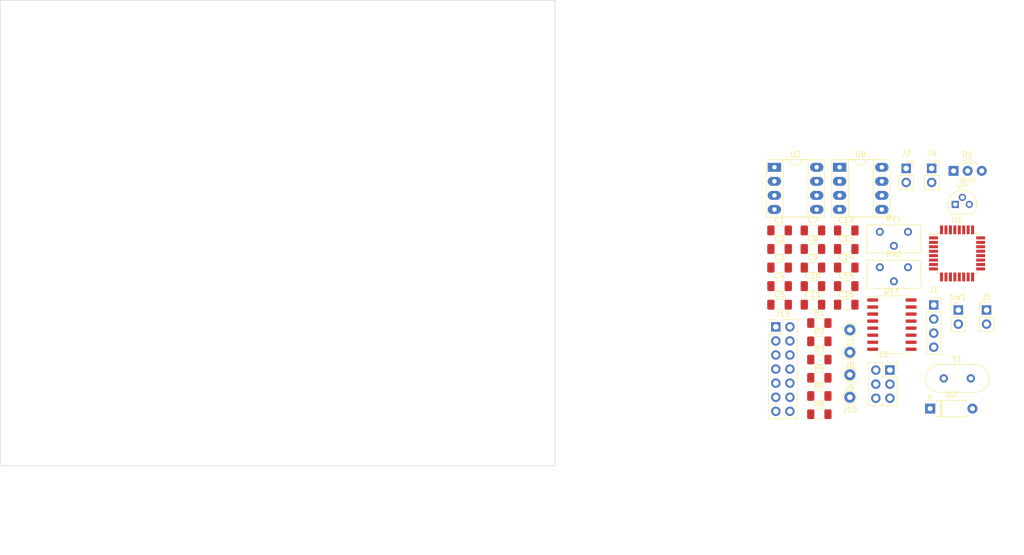
<source format=kicad_pcb>
(kicad_pcb (version 20221018) (generator pcbnew)
  (layers (0 "F.Cu" signal) (31 "B.Cu" signal) (34 "B.Paste" user) (35 "F.Paste" user) (36 "B.SilkS" user "B.Silkscreen") (37 "F.SilkS" user "F.Silkscreen") (38 "B.Mask" user) (39 "F.Mask" user) (44 "Edge.Cuts" user))
  (net 0 "")
  (net 1 "Net-(U1-XTAL1{slash}PB6)")
  (net 2 "GND")
  (net 3 "Net-(U1-XTAL2{slash}PB7)")
  (net 4 "VIN")
  (net 5 "+5V")
  (net 6 "Net-(D2-A)")
  (net 7 "RST")
  (net 8 "UART RX")
  (net 9 "UART TX")
  (net 10 "A IN")
  (net 12 "MOSI")
  (net 13 "SCK")
  (net 14 "MISO")
  (net 15 "GND2")
  (net 16 "Net-(U1-PB0)")
  (net 26 "VIN Mesure")
  (net 30 "SDA")
  (net 31 "SCL")
  (net 32 "BCK LIGHT")
  (net 34 "RX")
  (net 35 "REL")
  (net 36 "LCD_4(RS)")
  (net 37 "LCD_5(RW)")
  (net 38 "LCD_3(VO)")
  (net 39 "LCD_6(CS)")
  (net 40 "LCD_11(DB4)")
  (net 41 "LCD_12(DB5)")
  (net 46 "LCD_13(DB6)")
  (net 47 "LCD_14(D7)")
  (net 53 "Net-(U5-IN)")
  (net 54 "Net-(T2-S2)")
  (net 55 "Net-(C7-Pad2)")
  (net 56 "Net-(C14-Pad2)")
  (net 57 "Net-(D1-A1)")
  (net 58 "Net-(D1-A2)")
  (net 59 "Net-(R2-Pad1)")
  (net 60 "Net-(R3-Pad2)")
  (net 61 "Net-(U1-PD4)")
  (net 62 "Net-(U1-PD5)")
  (net 63 "Net-(U1-PD7)")
  (footprint "Resistor_SMD:R_1206_3216Metric_Pad1.30x1.75mm_HandSolder" (layer "F.Cu") (at 147.66 68.1)
    (fp_text reference "R4" (at 0 -1.82) (layer "F.SilkS"))
    (fp_text value "R")
    (fp_line (start -0.727064 -0.91) (end 0.727064 -0.91) (stroke (width 0.12)) (layer "F.SilkS"))
    (fp_line (start -0.727064 0.91) (end 0.727064 0.91) (stroke (width 0.12)) (layer "F.SilkS"))
    (pad "1" smd roundrect (at -1.55 0) (size 1.3 1.75) (layers "F.Cu" "F.Paste" "F.Mask") (roundrect_rratio 0.192308) (net 61 "Net-(U1-PD4)"))
    (pad "2" smd roundrect (at 1.55 0) (size 1.3 1.75) (layers "F.Cu" "F.Paste" "F.Mask") (roundrect_rratio 0.192308) (net 58 "Net-(D1-A2)"))
  )
  (footprint "Connector_PinSocket_2.54mm:PinSocket_2x03_P2.54mm_Vertical" (layer "F.Cu") (at 160.38 66.71)
    (fp_text reference "J3" (at -1.27 -2.77) (layer "F.SilkS"))
    (fp_text value "Conn_02x03_Odd_Even")
    (fp_line (start -3.87 -1.33) (end -3.87 6.41) (stroke (width 0.12)) (layer "F.SilkS"))
    (fp_line (start -3.87 -1.33) (end -1.27 -1.33) (stroke (width 0.12)) (layer "F.SilkS"))
    (fp_line (start -3.87 6.41) (end 1.33 6.41) (stroke (width 0.12)) (layer "F.SilkS"))
    (fp_line (start -1.27 -1.33) (end -1.27 1.27) (stroke (width 0.12)) (layer "F.SilkS"))
    (fp_line (start -1.27 1.27) (end 1.33 1.27) (stroke (width 0.12)) (layer "F.SilkS"))
    (fp_line (start 0 -1.33) (end 1.33 -1.33) (stroke (width 0.12)) (layer "F.SilkS"))
    (fp_line (start 1.33 -1.33) (end 1.33 0) (stroke (width 0.12)) (layer "F.SilkS"))
    (fp_line (start 1.33 1.27) (end 1.33 6.41) (stroke (width 0.12)) (layer "F.SilkS"))
    (pad "1" thru_hole rect (at 0 0) (size 1.7 1.7) (drill 1) (layers "*.Cu" "*.Mask") (net 2 "GND"))
    (pad "2" thru_hole oval (at -2.54 0) (size 1.7 1.7) (drill 1) (layers "*.Cu" "*.Mask"))
    (pad "3" thru_hole oval (at 0 2.54) (size 1.7 1.7) (drill 1) (layers "*.Cu" "*.Mask") (net 12 "MOSI"))
    (pad "4" thru_hole oval (at -2.54 2.54) (size 1.7 1.7) (drill 1) (layers "*.Cu" "*.Mask") (net 13 "SCK"))
    (pad "5" thru_hole oval (at 0 5.08) (size 1.7 1.7) (drill 1) (layers "*.Cu" "*.Mask") (net 5 "+5V"))
    (pad "6" thru_hole oval (at -2.54 5.08) (size 1.7 1.7) (drill 1) (layers "*.Cu" "*.Mask") (net 14 "MISO"))
  )
  (footprint "Capacitor_SMD:C_1206_3216Metric_Pad1.33x1.80mm_HandSolder" (layer "F.Cu") (at 152.51 44.86)
    (fp_text reference "C13" (at 0 -1.85) (layer "F.SilkS"))
    (fp_text value "C")
    (fp_line (start -0.711252 -0.91) (end 0.711252 -0.91) (stroke (width 0.12)) (layer "F.SilkS"))
    (fp_line (start -0.711252 0.91) (end 0.711252 0.91) (stroke (width 0.12)) (layer "F.SilkS"))
    (pad "1" smd roundrect (at -1.5625 0) (size 1.325 1.8) (layers "F.Cu" "F.Paste" "F.Mask") (roundrect_rratio 0.188679) (net 2 "GND"))
    (pad "2" smd roundrect (at 1.5625 0) (size 1.325 1.8) (layers "F.Cu" "F.Paste" "F.Mask") (roundrect_rratio 0.188679) (net 5 "+5V"))
  )
  (footprint "Connector_PinHeader_2.54mm:PinHeader_2x07_P2.54mm_Vertical" (layer "F.Cu") (at 139.81 58.91)
    (fp_text reference "J15" (at 1.27 -2.33) (layer "F.SilkS"))
    (fp_text value "Conn_02x07_Counter_Clockwise")
    (fp_line (start -1.33 -1.33) (end 0 -1.33) (stroke (width 0.12)) (layer "F.SilkS"))
    (fp_line (start -1.33 0) (end -1.33 -1.33) (stroke (width 0.12)) (layer "F.SilkS"))
    (fp_line (start -1.33 1.27) (end -1.33 16.57) (stroke (width 0.12)) (layer "F.SilkS"))
    (fp_line (start -1.33 1.27) (end 1.27 1.27) (stroke (width 0.12)) (layer "F.SilkS"))
    (fp_line (start -1.33 16.57) (end 3.87 16.57) (stroke (width 0.12)) (layer "F.SilkS"))
    (fp_line (start 1.27 -1.33) (end 3.87 -1.33) (stroke (width 0.12)) (layer "F.SilkS"))
    (fp_line (start 1.27 1.27) (end 1.27 -1.33) (stroke (width 0.12)) (layer "F.SilkS"))
    (fp_line (start 3.87 -1.33) (end 3.87 16.57) (stroke (width 0.12)) (layer "F.SilkS"))
    (pad "1" thru_hole rect (at 0 0) (size 1.7 1.7) (drill 1) (layers "*.Cu" "*.Mask") (net 2 "GND"))
    (pad "2" thru_hole oval (at 2.54 0) (size 1.7 1.7) (drill 1) (layers "*.Cu" "*.Mask") (net 5 "+5V"))
    (pad "3" thru_hole oval (at 0 2.54) (size 1.7 1.7) (drill 1) (layers "*.Cu" "*.Mask") (net 38 "LCD_3(VO)"))
    (pad "4" thru_hole oval (at 2.54 2.54) (size 1.7 1.7) (drill 1) (layers "*.Cu" "*.Mask") (net 36 "LCD_4(RS)"))
    (pad "5" thru_hole oval (at 0 5.08) (size 1.7 1.7) (drill 1) (layers "*.Cu" "*.Mask") (net 37 "LCD_5(RW)"))
    (pad "6" thru_hole oval (at 2.54 5.08) (size 1.7 1.7) (drill 1) (layers "*.Cu" "*.Mask") (net 39 "LCD_6(CS)"))
    (pad "7" thru_hole oval (at 0 7.62) (size 1.7 1.7) (drill 1) (layers "*.Cu" "*.Mask"))
    (pad "8" thru_hole oval (at 2.54 7.62) (size 1.7 1.7) (drill 1) (layers "*.Cu" "*.Mask"))
    (pad "9" thru_hole oval (at 0 10.16) (size 1.7 1.7) (drill 1) (layers "*.Cu" "*.Mask"))
    (pad "10" thru_hole oval (at 2.54 10.16) (size 1.7 1.7) (drill 1) (layers "*.Cu" "*.Mask"))
    (pad "11" thru_hole oval (at 0 12.7) (size 1.7 1.7) (drill 1) (layers "*.Cu" "*.Mask") (net 40 "LCD_11(DB4)"))
    (pad "12" thru_hole oval (at 2.54 12.7) (size 1.7 1.7) (drill 1) (layers "*.Cu" "*.Mask") (net 41 "LCD_12(DB5)"))
    (pad "13" thru_hole oval (at 0 15.24) (size 1.7 1.7) (drill 1) (layers "*.Cu" "*.Mask") (net 46 "LCD_13(DB6)"))
    (pad "14" thru_hole oval (at 2.54 15.24) (size 1.7 1.7) (drill 1) (layers "*.Cu" "*.Mask") (net 47 "LCD_14(D7)"))
  )
  (footprint "Capacitor_SMD:C_1206_3216Metric_Pad1.33x1.80mm_HandSolder" (layer "F.Cu") (at 152.51 41.51)
    (fp_text reference "C12" (at 0 -1.85) (layer "F.SilkS"))
    (fp_text value "C")
    (fp_line (start -0.711252 -0.91) (end 0.711252 -0.91) (stroke (width 0.12)) (layer "F.SilkS"))
    (fp_line (start -0.711252 0.91) (end 0.711252 0.91) (stroke (width 0.12)) (layer "F.SilkS"))
    (pad "1" smd roundrect (at -1.5625 0) (size 1.325 1.8) (layers "F.Cu" "F.Paste" "F.Mask") (roundrect_rratio 0.188679) (net 31 "SCL"))
    (pad "2" smd roundrect (at 1.5625 0) (size 1.325 1.8) (layers "F.Cu" "F.Paste" "F.Mask") (roundrect_rratio 0.188679) (net 2 "GND"))
  )
  (footprint "Capacitor_SMD:C_1206_3216Metric_Pad1.33x1.80mm_HandSolder" (layer "F.Cu") (at 152.51 51.56)
    (fp_text reference "C15" (at 0 -1.85) (layer "F.SilkS"))
    (fp_text value "C")
    (fp_line (start -0.711252 -0.91) (end 0.711252 -0.91) (stroke (width 0.12)) (layer "F.SilkS"))
    (fp_line (start -0.711252 0.91) (end 0.711252 0.91) (stroke (width 0.12)) (layer "F.SilkS"))
    (pad "1" smd roundrect (at -1.5625 0) (size 1.325 1.8) (layers "F.Cu" "F.Paste" "F.Mask") (roundrect_rratio 0.188679) (net 2 "GND"))
    (pad "2" smd roundrect (at 1.5625 0) (size 1.325 1.8) (layers "F.Cu" "F.Paste" "F.Mask") (roundrect_rratio 0.188679) (net 5 "+5V"))
  )
  (footprint "Connector_Pin:Pin_D1.0mm_L10.0mm" (layer "F.Cu") (at 153.16 59.46)
    (fp_text reference "J7" (at 0 2.25) (layer "F.SilkS"))
    (fp_text value "Conn_01x01_Male")
    (fp_circle (center 0 0) (end 1.25 0.05) (stroke (width 0.12)) (fill none) (layer "F.SilkS"))
    (pad "1" thru_hole circle (at 0 0) (size 2 2) (drill 1) (layers "*.Cu" "*.Mask") (net 15 "GND2"))
  )
  (footprint "Package_TO_SOT_THT:TO-92L" (layer "F.Cu") (at 172.16 36.81)
    (fp_text reference "U4" (at 1.29 -3.56) (layer "F.SilkS"))
    (fp_text value "L7805")
    (fp_line (start -0.65 1.7) (end 3.2 1.7) (stroke (width 0.12)) (layer "F.SilkS"))
    (fp_arc (start -0.65 1.7) (mid 1.283448 -2.579449) (end 3.238611 1.690122) (stroke (width 0.12)) (layer "F.SilkS"))
    (pad "1" thru_hole rect (at 0 0) (size 1.3 1.3) (drill 0.75) (layers "*.Cu" "*.Mask") (net 4 "VIN"))
    (pad "2" thru_hole circle (at 1.28 -1.27) (size 1.3 1.3) (drill 0.75) (layers "*.Cu" "*.Mask") (net 2 "GND"))
    (pad "3" thru_hole circle (at 2.54 0) (size 1.3 1.3) (drill 0.75) (layers "*.Cu" "*.Mask") (net 5 "+5V"))
  )
  (footprint "Connector_PinSocket_2.54mm:PinSocket_1x02_P2.54mm_Vertical" (layer "F.Cu") (at 163.31 30.31)
    (fp_text reference "J2" (at 0 -2.77) (layer "F.SilkS"))
    (fp_text value "Conn_01x02_Male")
    (fp_line (start -1.33 1.27) (end -1.33 3.87) (stroke (width 0.12)) (layer "F.SilkS"))
    (fp_line (start -1.33 1.27) (end 1.33 1.27) (stroke (width 0.12)) (layer "F.SilkS"))
    (fp_line (start -1.33 3.87) (end 1.33 3.87) (stroke (width 0.12)) (layer "F.SilkS"))
    (fp_line (start 0 -1.33) (end 1.33 -1.33) (stroke (width 0.12)) (layer "F.SilkS"))
    (fp_line (start 1.33 -1.33) (end 1.33 0) (stroke (width 0.12)) (layer "F.SilkS"))
    (fp_line (start 1.33 1.27) (end 1.33 3.87) (stroke (width 0.12)) (layer "F.SilkS"))
    (pad "1" thru_hole rect (at 0 0) (size 1.7 1.7) (drill 1) (layers "*.Cu" "*.Mask") (net 10 "A IN"))
    (pad "2" thru_hole oval (at 0 2.54) (size 1.7 1.7) (drill 1) (layers "*.Cu" "*.Mask") (net 2 "GND"))
  )
  (footprint "Potentiometer_THT:Potentiometer_Bourns_3296Y_Vertical" (layer "F.Cu") (at 163.64 41.76)
    (fp_text reference "RV1" (at -2.54 -2.39) (layer "F.SilkS"))
    (fp_text value "R_Potentiometer")
    (fp_line (start -7.425 -1.26) (end -7.425 3.81) (stroke (width 0.12)) (layer "F.SilkS"))
    (fp_line (start -7.425 -1.26) (end 2.345 -1.26) (stroke (width 0.12)) (layer "F.SilkS"))
    (fp_line (start -7.425 3.81) (end 2.345 3.81) (stroke (width 0.12)) (layer "F.SilkS"))
    (fp_line (start 2.345 -1.26) (end 2.345 3.81) (stroke (width 0.12)) (layer "F.SilkS"))
    (pad "1" thru_hole circle (at 0 0) (size 1.44 1.44) (drill 0.8) (layers "*.Cu" "*.Mask") (net 60 "Net-(R3-Pad2)"))
    (pad "2" thru_hole circle (at -2.54 2.54) (size 1.44 1.44) (drill 0.8) (layers "*.Cu" "*.Mask") (net 26 "VIN Mesure"))
    (pad "3" thru_hole circle (at -5.08 0) (size 1.44 1.44) (drill 0.8) (layers "*.Cu" "*.Mask") (net 59 "Net-(R2-Pad1)"))
  )
  (footprint "Resistor_SMD:R_1206_3216Metric_Pad1.30x1.75mm_HandSolder" (layer "F.Cu") (at 147.66 61.52)
    (fp_text reference "R2" (at 0 -1.82) (layer "F.SilkS"))
    (fp_text value "R")
    (fp_line (start -0.727064 -0.91) (end 0.727064 -0.91) (stroke (width 0.12)) (layer "F.SilkS"))
    (fp_line (start -0.727064 0.91) (end 0.727064 0.91) (stroke (width 0.12)) (layer "F.SilkS"))
    (pad "1" smd roundrect (at -1.55 0) (size 1.3 1.75) (layers "F.Cu" "F.Paste" "F.Mask") (roundrect_rratio 0.192308) (net 59 "Net-(R2-Pad1)"))
    (pad "2" smd roundrect (at 1.55 0) (size 1.3 1.75) (layers "F.Cu" "F.Paste" "F.Mask") (roundrect_rratio 0.192308) (net 4 "VIN"))
  )
  (footprint "LED_THT:LED_D3.0mm-3" (layer "F.Cu") (at 171.86 30.76)
    (fp_text reference "D1" (at 2.54 -2.96) (layer "F.SilkS"))
    (fp_text value "LED_Dual_AKA")
    (fp_line (start 0.98 -1.236) (end 0.98 -1.08) (stroke (width 0.12)) (layer "F.SilkS"))
    (fp_line (start 0.98 1.08) (end 0.98 1.236) (stroke (width 0.12)) (layer "F.SilkS"))
    (fp_arc (start 0.98 -1.235516) (mid 2.636487 -1.987659) (end 4.212335 -1.078608) (stroke (width 0.12)) (layer "F.SilkS"))
    (fp_arc (start 1.499039 -1.08) (mid 2.540117 -1.5) (end 3.58113 -1.079837) (stroke (width 0.12)) (layer "F.SilkS"))
    (fp_arc (start 3.58113 1.079837) (mid 2.540117 1.5) (end 1.499039 1.08) (stroke (width 0.12)) (layer "F.SilkS"))
    (fp_arc (start 4.212335 1.078608) (mid 2.636487 1.987659) (end 0.98 1.235516) (stroke (width 0.12)) (layer "F.SilkS"))
    (pad "1" thru_hole rect (at 0 0) (size 1.8 1.8) (drill 0.9) (layers "*.Cu" "*.Mask") (net 57 "Net-(D1-A1)"))
    (pad "2" thru_hole circle (at 2.54 0) (size 1.8 1.8) (drill 0.9) (layers "*.Cu" "*.Mask") (net 2 "GND"))
    (pad "3" thru_hole circle (at 5.08 0) (size 1.8 1.8) (drill 0.9) (layers "*.Cu" "*.Mask") (net 58 "Net-(D1-A2)"))
  )
  (footprint "Connector_PinHeader_2.54mm:PinHeader_1x02_P2.54mm_Vertical" (layer "F.Cu") (at 177.8 55.88)
    (fp_text reference "J5" (at 0 -2.33) (layer "F.SilkS"))
    (fp_text value "Conn_01x02_Male")
    (fp_line (start -1.33 -1.33) (end 0 -1.33) (stroke (width 0.12)) (layer "F.SilkS"))
    (fp_line (start -1.33 0) (end -1.33 -1.33) (stroke (width 0.12)) (layer "F.SilkS"))
    (fp_line (start -1.33 1.27) (end -1.33 3.87) (stroke (width 0.12)) (layer "F.SilkS"))
    (fp_line (start -1.33 1.27) (end 1.33 1.27) (stroke (width 0.12)) (layer "F.SilkS"))
    (fp_line (start -1.33 3.87) (end 1.33 3.87) (stroke (width 0.12)) (layer "F.SilkS"))
    (fp_line (start 1.33 1.27) (end 1.33 3.87) (stroke (width 0.12)) (layer "F.SilkS"))
    (pad "1" thru_hole rect (at 0 0) (size 1.7 1.7) (drill 1) (layers "*.Cu" "*.Mask") (net 32 "BCK LIGHT"))
    (pad "2" thru_hole oval (at 0 2.54) (size 1.7 1.7) (drill 1) (layers "*.Cu" "*.Mask") (net 2 "GND"))
  )
  (footprint "Package_SO:SO-16_5.3x10.2mm_P1.27mm" (layer "F.Cu") (at 160.74 58.51)
    (fp_text reference "U11" (at 0 -6.05) (layer "F.SilkS"))
    (fp_text value "PCF8574")
    (fp_line (start -2.76 -5.21) (end -2.76 -5.005) (stroke (width 0.12)) (layer "F.SilkS"))
    (fp_line (start -2.76 -5.005) (end -4.45 -5.005) (stroke (width 0.12)) (layer "F.SilkS"))
    (fp_line (start -2.76 5.21) (end -2.76 5.005) (stroke (width 0.12)) (layer "F.SilkS"))
    (fp_line (start 0 -5.21) (end -2.76 -5.21) (stroke (width 0.12)) (layer "F.SilkS"))
    (fp_line (start 0 -5.21) (end 2.76 -5.21) (stroke (width 0.12)) (layer "F.SilkS"))
    (fp_line (start 0 5.21) (end -2.76 5.21) (stroke (width 0.12)) (layer "F.SilkS"))
    (fp_line (start 0 5.21) (end 2.76 5.21) (stroke (width 0.12)) (layer "F.SilkS"))
    (fp_line (start 2.76 -5.21) (end 2.76 -5.005) (stroke (width 0.12)) (layer "F.SilkS"))
    (fp_line (start 2.76 5.21) (end 2.76 5.005) (stroke (width 0.12)) (layer "F.SilkS"))
    (pad "1" smd roundrect (at -3.4625 -4.445) (size 1.975 0.6) (layers "F.Cu" "F.Paste" "F.Mask"))
    (pad "2" smd roundrect (at -3.4625 -3.175) (size 1.975 0.6) (layers "F.Cu" "F.Paste" "F.Mask"))
    (pad "3" smd roundrect (at -3.4625 -1.905) (size 1.975 0.6) (layers "F.Cu" "F.Paste" "F.Mask"))
    (pad "4" smd roundrect (at -3.4625 -0.635) (size 1.975 0.6) (layers "F.Cu" "F.Paste" "F.Mask") (net 36 "LCD_4(RS)"))
    (pad "5" smd roundrect (at -3.4625 0.635) (size 1.975 0.6) (layers "F.Cu" "F.Paste" "F.Mask") (net 37 "LCD_5(RW)"))
    (pad "6" smd roundrect (at -3.4625 1.905) (size 1.975 0.6) (layers "F.Cu" "F.Paste" "F.Mask") (net 39 "LCD_6(CS)"))
    (pad "7" smd roundrect (at -3.4625 3.175) (size 1.975 0.6) (layers "F.Cu" "F.Paste" "F.Mask"))
    (pad "8" smd roundrect (at -3.4625 4.445) (size 1.975 0.6) (layers "F.Cu" "F.Paste" "F.Mask") (net 2 "GND"))
    (pad "9" smd roundrect (at 3.4625 4.445) (size 1.975 0.6) (layers "F.Cu" "F.Paste" "F.Mask") (net 40 "LCD_11(DB4)"))
    (pad "10" smd roundrect (at 3.4625 3.175) (size 1.975 0.6) (layers "F.Cu" "F.Paste" "F.Mask") (net 41 "LCD_12(DB5)"))
    (pad "11" smd roundrect (at 3.4625 1.905) (size 1.975 0.6) (layers "F.Cu" "F.Paste" "F.Mask") (net 46 "LCD_13(DB6)"))
    (pad "12" smd roundrect (at 3.4625 0.635) (size 1.975 0.6) (layers "F.Cu" "F.Paste" "F.Mask") (net 47 "LCD_14(D7)"))
    (pad "13" smd roundrect (at 3.4625 -0.635) (size 1.975 0.6) (layers "F.Cu" "F.Paste" "F.Mask"))
    (pad "14" smd roundrect (at 3.4625 -1.905) (size 1.975 0.6) (layers "F.Cu" "F.Paste" "F.Mask") (net 31 "SCL"))
    (pad "15" smd roundrect (at 3.4625 -3.175) (size 1.975 0.6) (layers "F.Cu" "F.Paste" "F.Mask") (net 30 "SDA"))
    (pad "16" smd roundrect (at 3.4625 -4.445) (size 1.975 0.6) (layers "F.Cu" "F.Paste" "F.Mask") (net 5 "+5V"))
  )
  (footprint "Connector_PinSocket_2.54mm:PinSocket_1x02_P2.54mm_Vertical" (layer "F.Cu") (at 167.91 30.31)
    (fp_text reference "J4" (at 0 -2.77) (layer "F.SilkS"))
    (fp_text value "Conn_01x02_Male")
    (fp_line (start -1.33 1.27) (end -1.33 3.87) (stroke (width 0.12)) (layer "F.SilkS"))
    (fp_line (start -1.33 1.27) (end 1.33 1.27) (stroke (width 0.12)) (layer "F.SilkS"))
    (fp_line (start -1.33 3.87) (end 1.33 3.87) (stroke (width 0.12)) (layer "F.SilkS"))
    (fp_line (start 0 -1.33) (end 1.33 -1.33) (stroke (width 0.12)) (layer "F.SilkS"))
    (fp_line (start 1.33 -1.33) (end 1.33 0) (stroke (width 0.12)) (layer "F.SilkS"))
    (fp_line (start 1.33 1.27) (end 1.33 3.87) (stroke (width 0.12)) (layer "F.SilkS"))
    (pad "1" thru_hole rect (at 0 0) (size 1.7 1.7) (drill 1) (layers "*.Cu" "*.Mask") (net 6 "Net-(D2-A)"))
    (pad "2" thru_hole oval (at 0 2.54) (size 1.7 1.7) (drill 1) (layers "*.Cu" "*.Mask") (net 2 "GND"))
  )
  (footprint "Potentiometer_THT:Potentiometer_Bourns_3296Y_Vertical" (layer "F.Cu") (at 163.64 48.16)
    (fp_text reference "RV2" (at -2.54 -2.39) (layer "F.SilkS"))
    (fp_text value "R_Potentiometer")
    (fp_line (start -7.425 -1.26) (end -7.425 3.81) (stroke (width 0.12)) (layer "F.SilkS"))
    (fp_line (start -7.425 -1.26) (end 2.345 -1.26) (stroke (width 0.12)) (layer "F.SilkS"))
    (fp_line (start -7.425 3.81) (end 2.345 3.81) (stroke (width 0.12)) (layer "F.SilkS"))
    (fp_line (start 2.345 -1.26) (end 2.345 3.81) (stroke (width 0.12)) (layer "F.SilkS"))
    (pad "1" thru_hole circle (at 0 0) (size 1.44 1.44) (drill 0.8) (layers "*.Cu" "*.Mask") (net 2 "GND"))
    (pad "2" thru_hole circle (at -2.54 2.54) (size 1.44 1.44) (drill 0.8) (layers "*.Cu" "*.Mask") (net 38 "LCD_3(VO)"))
    (pad "3" thru_hole circle (at -5.08 0) (size 1.44 1.44) (drill 0.8) (layers "*.Cu" "*.Mask") (net 5 "+5V"))
  )
  (footprint "Connector_Pin:Pin_D1.0mm_L10.0mm" (layer "F.Cu") (at 153.16 63.51)
    (fp_text reference "J8" (at 0 2.25) (layer "F.SilkS"))
    (fp_text value "Conn_01x01_Male")
    (fp_circle (center 0 0) (end 1.25 0.05) (stroke (width 0.12)) (fill none) (layer "F.SilkS"))
    (pad "1" thru_hole circle (at 0 0) (size 2 2) (drill 1) (layers "*.Cu" "*.Mask") (net 15 "GND2"))
  )
  (footprint "Capacitor_SMD:C_1206_3216Metric_Pad1.33x1.80mm_HandSolder" (layer "F.Cu") (at 140.49 54.91)
    (fp_text reference "C5" (at 0 -1.85) (layer "F.SilkS"))
    (fp_text value "C")
    (fp_line (start -0.711252 -0.91) (end 0.711252 -0.91) (stroke (width 0.12)) (layer "F.SilkS"))
    (fp_line (start -0.711252 0.91) (end 0.711252 0.91) (stroke (width 0.12)) (layer "F.SilkS"))
    (pad "1" smd roundrect (at -1.5625 0) (size 1.325 1.8) (layers "F.Cu" "F.Paste" "F.Mask") (roundrect_rratio 0.188679) (net 53 "Net-(U5-IN)"))
    (pad "2" smd roundrect (at 1.5625 0) (size 1.325 1.8) (layers "F.Cu" "F.Paste" "F.Mask") (roundrect_rratio 0.188679) (net 34 "RX"))
  )
  (footprint "Connector_PinHeader_2.54mm:PinHeader_1x02_P2.54mm_Vertical" (layer "F.Cu") (at 172.72 55.88)
    (fp_text reference "SW1" (at 0 -2.33) (layer "F.SilkS"))
    (fp_text value "SW_Push")
    (fp_line (start -1.33 -1.33) (end 0 -1.33) (stroke (width 0.12)) (layer "F.SilkS"))
    (fp_line (start -1.33 0) (end -1.33 -1.33) (stroke (width 0.12)) (layer "F.SilkS"))
    (fp_line (start -1.33 1.27) (end -1.33 3.87) (stroke (width 0.12)) (layer "F.SilkS"))
    (fp_line (start -1.33 1.27) (end 1.33 1.27) (stroke (width 0.12)) (layer "F.SilkS"))
    (fp_line (start -1.33 3.87) (end 1.33 3.87) (stroke (width 0.12)) (layer "F.SilkS"))
    (fp_line (start 1.33 1.27) (end 1.33 3.87) (stroke (width 0.12)) (layer "F.SilkS"))
    (pad "1" thru_hole rect (at 0 0) (size 1.7 1.7) (drill 1) (layers "*.Cu" "*.Mask") (net 2 "GND"))
    (pad "2" thru_hole oval (at 0 2.54) (size 1.7 1.7) (drill 1) (layers "*.Cu" "*.Mask") (net 63 "Net-(U1-PD7)"))
  )
  (footprint "Resistor_SMD:R_1206_3216Metric_Pad1.30x1.75mm_HandSolder" (layer "F.Cu") (at 147.66 58.23)
    (fp_text reference "R1" (at 0 -1.82) (layer "F.SilkS"))
    (fp_text value "R")
    (fp_line (start -0.727064 -0.91) (end 0.727064 -0.91) (stroke (width 0.12)) (layer "F.SilkS"))
    (fp_line (start -0.727064 0.91) (end 0.727064 0.91) (stroke (width 0.12)) (layer "F.SilkS"))
    (pad "1" smd roundrect (at -1.55 0) (size 1.3 1.75) (layers "F.Cu" "F.Paste" "F.Mask") (roundrect_rratio 0.192308) (net 5 "+5V"))
    (pad "2" smd roundrect (at 1.55 0) (size 1.3 1.75) (layers "F.Cu" "F.Paste" "F.Mask") (roundrect_rratio 0.192308) (net 16 "Net-(U1-PB0)"))
  )
  (footprint "Connector_Pin:Pin_D1.0mm_L10.0mm" (layer "F.Cu") (at 153.16 67.56)
    (fp_text reference "J9" (at 0 2.25) (layer "F.SilkS"))
    (fp_text value "Conn_01x01_Male")
    (fp_circle (center 0 0) (end 1.25 0.05) (stroke (width 0.12)) (fill none) (layer "F.SilkS"))
    (pad "1" thru_hole circle (at 0 0) (size 2 2) (drill 1) (layers "*.Cu" "*.Mask") (net 2 "GND"))
  )
  (footprint "Capacitor_SMD:C_1206_3216Metric_Pad1.33x1.80mm_HandSolder" (layer "F.Cu") (at 140.49 44.86)
    (fp_text reference "C2" (at 0 -1.85) (layer "F.SilkS"))
    (fp_text value "C")
    (fp_line (start -0.711252 -0.91) (end 0.711252 -0.91) (stroke (width 0.12)) (layer "F.SilkS"))
    (fp_line (start -0.711252 0.91) (end 0.711252 0.91) (stroke (width 0.12)) (layer "F.SilkS"))
    (pad "1" smd roundrect (at -1.5625 0) (size 1.325 1.8) (layers "F.Cu" "F.Paste" "F.Mask") (roundrect_rratio 0.188679) (net 3 "Net-(U1-XTAL2{slash}PB7)"))
    (pad "2" smd roundrect (at 1.5625 0) (size 1.325 1.8) (layers "F.Cu" "F.Paste" "F.Mask") (roundrect_rratio 0.188679) (net 2 "GND"))
  )
  (footprint "Resistor_SMD:R_1206_3216Metric_Pad1.30x1.75mm_HandSolder" (layer "F.Cu") (at 147.66 71.39)
    (fp_text reference "R5" (at 0 -1.82) (layer "F.SilkS"))
    (fp_text value "R")
    (fp_line (start -0.727064 -0.91) (end 0.727064 -0.91) (stroke (width 0.12)) (layer "F.SilkS"))
    (fp_line (start -0.727064 0.91) (end 0.727064 0.91) (stroke (width 0.12)) (layer "F.SilkS"))
    (pad "1" smd roundrect (at -1.55 0) (size 1.3 1.75) (layers "F.Cu" "F.Paste" "F.Mask") (roundrect_rratio 0.192308) (net 62 "Net-(U1-PD5)"))
    (pad "2" smd roundrect (at 1.55 0) (size 1.3 1.75) (layers "F.Cu" "F.Paste" "F.Mask") (roundrect_rratio 0.192308) (net 57 "Net-(D1-A1)"))
  )
  (footprint "Capacitor_SMD:C_1206_3216Metric_Pad1.33x1.80mm_HandSolder" (layer "F.Cu") (at 146.5 51.56)
    (fp_text reference "C10" (at 0 -1.85) (layer "F.SilkS"))
    (fp_text value "C")
    (fp_line (start -0.711252 -0.91) (end 0.711252 -0.91) (stroke (width 0.12)) (layer "F.SilkS"))
    (fp_line (start -0.711252 0.91) (end 0.711252 0.91) (stroke (width 0.12)) (layer "F.SilkS"))
    (pad "1" smd roundrect (at -1.5625 0) (size 1.325 1.8) (layers "F.Cu" "F.Paste" "F.Mask") (roundrect_rratio 0.188679) (net 2 "GND"))
    (pad "2" smd roundrect (at 1.5625 0) (size 1.325 1.8) (layers "F.Cu" "F.Paste" "F.Mask") (roundrect_rratio 0.188679) (net 26 "VIN Mesure"))
  )
  (footprint "Capacitor_SMD:C_1206_3216Metric_Pad1.33x1.80mm_HandSolder" (layer "F.Cu") (at 140.49 48.21)
    (fp_text reference "C3" (at 0 -1.85) (layer "F.SilkS"))
    (fp_text value "C")
    (fp_line (start -0.711252 -0.91) (end 0.711252 -0.91) (stroke (width 0.12)) (layer "F.SilkS"))
    (fp_line (start -0.711252 0.91) (end 0.711252 0.91) (stroke (width 0.12)) (layer "F.SilkS"))
    (pad "1" smd roundrect (at -1.5625 0) (size 1.325 1.8) (layers "F.Cu" "F.Paste" "F.Mask") (roundrect_rratio 0.188679) (net 4 "VIN"))
    (pad "2" smd roundrect (at 1.5625 0) (size 1.325 1.8) (layers "F.Cu" "F.Paste" "F.Mask") (roundrect_rratio 0.188679) (net 2 "GND"))
  )
  (footprint "Capacitor_SMD:C_1206_3216Metric_Pad1.33x1.80mm_HandSolder" (layer "F.Cu") (at 152.51 48.21)
    (fp_text reference "C14" (at 0 -1.85) (layer "F.SilkS"))
    (fp_text value "C")
    (fp_line (start -0.711252 -0.91) (end 0.711252 -0.91) (stroke (width 0.12)) (layer "F.SilkS"))
    (fp_line (start -0.711252 0.91) (end 0.711252 0.91) (stroke (width 0.12)) (layer "F.SilkS"))
    (pad "1" smd roundrect (at -1.5625 0) (size 1.325 1.8) (layers "F.Cu" "F.Paste" "F.Mask") (roundrect_rratio 0.188679) (net 2 "GND"))
    (pad "2" smd roundrect (at 1.5625 0) (size 1.325 1.8) (layers "F.Cu" "F.Paste" "F.Mask") (roundrect_rratio 0.188679) (net 56 "Net-(C14-Pad2)"))
  )
  (footprint "Capacitor_SMD:C_1206_3216Metric_Pad1.33x1.80mm_HandSolder" (layer "F.Cu") (at 146.5 54.91)
    (fp_text reference "C11" (at 0 -1.85) (layer "F.SilkS"))
    (fp_text value "C")
    (fp_line (start -0.711252 -0.91) (end 0.711252 -0.91) (stroke (width 0.12)) (layer "F.SilkS"))
    (fp_line (start -0.711252 0.91) (end 0.711252 0.91) (stroke (width 0.12)) (layer "F.SilkS"))
    (pad "1" smd roundrect (at -1.5625 0) (size 1.325 1.8) (layers "F.Cu" "F.Paste" "F.Mask") (roundrect_rratio 0.188679) (net 2 "GND"))
    (pad "2" smd roundrect (at 1.5625 0) (size 1.325 1.8) (layers "F.Cu" "F.Paste" "F.Mask") (roundrect_rratio 0.188679) (net 30 "SDA"))
  )
  (footprint "Connector_PinSocket_2.54mm:PinSocket_1x04_P2.54mm_Vertical" (layer "F.Cu") (at 168.29 54.96)
    (fp_text reference "J1" (at 0 -2.77) (layer "F.SilkS"))
    (fp_text value "Conn_01x04_Male")
    (fp_line (start -1.33 1.27) (end -1.33 8.95) (stroke (width 0.12)) (layer "F.SilkS"))
    (fp_line (start -1.33 1.27) (end 1.33 1.27) (stroke (width 0.12)) (layer "F.SilkS"))
    (fp_line (start -1.33 8.95) (end 1.33 8.95) (stroke (width 0.12)) (layer "F.SilkS"))
    (fp_line (start 0 -1.33) (end 1.33 -1.33) (stroke (width 0.12)) (layer "F.SilkS"))
    (fp_line (start 1.33 -1.33) (end 1.33 0) (stroke (width 0.12)) (layer "F.SilkS"))
    (fp_line (start 1.33 1.27) (end 1.33 8.95) (stroke (width 0.12)) (layer "F.SilkS"))
    (pad "1" thru_hole rect (at 0 0) (size 1.7 1.7) (drill 1) (layers "*.Cu" "*.Mask") (net 7 "RST"))
    (pad "2" thru_hole oval (at 0 2.54) (size 1.7 1.7) (drill 1) (layers "*.Cu" "*.Mask") (net 8 "UART RX"))
    (pad "3" thru_hole oval (at 0 5.08) (size 1.7 1.7) (drill 1) (layers "*.Cu" "*.Mask") (net 9 "UART TX"))
    (pad "4" thru_hole oval (at 0 7.62) (size 1.7 1.7) (drill 1) (layers "*.Cu" "*.Mask") (net 2 "GND"))
  )
  (footprint "Capacitor_SMD:C_1206_3216Metric_Pad1.33x1.80mm_HandSolder" (layer "F.Cu") (at 146.5 41.51)
    (fp_text reference "C7" (at 0 -1.85) (layer "F.SilkS"))
    (fp_text value "C")
    (fp_line (start -0.711252 -0.91) (end 0.711252 -0.91) (stroke (width 0.12)) (layer "F.SilkS"))
    (fp_line (start -0.711252 0.91) (end 0.711252 0.91) (stroke (width 0.12)) (layer "F.SilkS"))
    (pad "1" smd roundrect (at -1.5625 0) (size 1.325 1.8) (layers "F.Cu" "F.Paste" "F.Mask") (roundrect_rratio 0.188679) (net 54 "Net-(T2-S2)"))
    (pad "2" smd roundrect (at 1.5625 0) (size 1.325 1.8) (layers "F.Cu" "F.Paste" "F.Mask") (roundrect_rratio 0.188679) (net 55 "Net-(C7-Pad2)"))
  )
  (footprint "Capacitor_SMD:C_1206_3216Metric_Pad1.33x1.80mm_HandSolder" (layer "F.Cu") (at 146.5 44.86)
    (fp_text reference "C8" (at 0 -1.85) (layer "F.SilkS"))
    (fp_text value "C_Polarized")
    (fp_line (start -0.711252 -0.91) (end 0.711252 -0.91) (stroke (width 0.12)) (layer "F.SilkS"))
    (fp_line (start -0.711252 0.91) (end 0.711252 0.91) (stroke (width 0.12)) (layer "F.SilkS"))
    (pad "1" smd roundrect (at -1.5625 0) (size 1.325 1.8) (layers "F.Cu" "F.Paste" "F.Mask") (roundrect_rratio 0.188679) (net 4 "VIN"))
    (pad "2" smd roundrect (at 1.5625 0) (size 1.325 1.8) (layers "F.Cu" "F.Paste" "F.Mask") (roundrect_rratio 0.188679) (net 2 "GND"))
  )
  (footprint "Capacitor_SMD:C_1206_3216Metric_Pad1.33x1.80mm_HandSolder" (layer "F.Cu") (at 152.51 54.91)
    (fp_text reference "C16" (at 0 -1.85) (layer "F.SilkS"))
    (fp_text value "C")
    (fp_line (start -0.711252 -0.91) (end 0.711252 -0.91) (stroke (width 0.12)) (layer "F.SilkS"))
    (fp_line (start -0.711252 0.91) (end 0.711252 0.91) (stroke (width 0.12)) (layer "F.SilkS"))
    (pad "1" smd roundrect (at -1.5625 0) (size 1.325 1.8) (layers "F.Cu" "F.Paste" "F.Mask") (roundrect_rratio 0.188679) (net 2 "GND"))
    (pad "2" smd roundrect (at 1.5625 0) (size 1.325 1.8) (layers "F.Cu" "F.Paste" "F.Mask") (roundrect_rratio 0.188679) (net 5 "+5V"))
  )
  (footprint "Resistor_SMD:R_1206_3216Metric_Pad1.30x1.75mm_HandSolder" (layer "F.Cu") (at 147.66 64.81)
    (fp_text reference "R3" (at 0 -1.82) (layer "F.SilkS"))
    (fp_text value "R")
    (fp_line (start -0.727064 -0.91) (end 0.727064 -0.91) (stroke (width 0.12)) (layer "F.SilkS"))
    (fp_line (start -0.727064 0.91) (end 0.727064 0.91) (stroke (width 0.12)) (layer "F.SilkS"))
    (pad "1" smd roundrect (at -1.55 0) (size 1.3 1.75) (layers "F.Cu" "F.Paste" "F.Mask") (roundrect_rratio 0.192308) (net 2 "GND"))
    (pad "2" smd roundrect (at 1.55 0) (size 1.3 1.75) (layers "F.Cu" "F.Paste" "F.Mask") (roundrect_rratio 0.192308) (net 60 "Net-(R3-Pad2)"))
  )
  (footprint "Package_DIP:DIP-8_W7.62mm_Socket_LongPads" (layer "F.Cu") (at 151.31 30.11)
    (fp_text reference "U8" (at 3.81 -2.33) (layer "F.SilkS"))
    (fp_text value "NE5534")
    (fp_line (start -1.44 -1.39) (end -1.44 9.01) (stroke (width 0.12)) (layer "F.SilkS"))
    (fp_line (start -1.44 9.01) (end 9.06 9.01) (stroke (width 0.12)) (layer "F.SilkS"))
    (fp_line (start 1.56 -1.33) (end 1.56 8.95) (stroke (width 0.12)) (layer "F.SilkS"))
    (fp_line (start 1.56 8.95) (end 6.06 8.95) (stroke (width 0.12)) (layer "F.SilkS"))
    (fp_line (start 2.81 -1.33) (end 1.56 -1.33) (stroke (width 0.12)) (layer "F.SilkS"))
    (fp_line (start 6.06 -1.33) (end 4.81 -1.33) (stroke (width 0.12)) (layer "F.SilkS"))
    (fp_line (start 6.06 8.95) (end 6.06 -1.33) (stroke (width 0.12)) (layer "F.SilkS"))
    (fp_line (start 9.06 -1.39) (end -1.44 -1.39) (stroke (width 0.12)) (layer "F.SilkS"))
    (fp_line (start 9.06 9.01) (end 9.06 -1.39) (stroke (width 0.12)) (layer "F.SilkS"))
    (fp_arc (start 4.81 -1.33) (mid 3.81 -0.33) (end 2.81 -1.33) (stroke (width 0.12)) (layer "F.SilkS"))
    (pad "1" thru_hole rect (at 0 0) (size 2.4 1.6) (drill 0.8) (layers "*.Cu" "*.Mask"))
    (pad "2" thru_hole oval (at 0 2.54) (size 2.4 1.6) (drill 0.8) (layers "*.Cu" "*.Mask"))
    (pad "3" thru_hole oval (at 0 5.08) (size 2.4 1.6) (drill 0.8) (layers "*.Cu" "*.Mask"))
    (pad "4" thru_hole oval (at 0 7.62) (size 2.4 1.6) (drill 0.8) (layers "*.Cu" "*.Mask"))
    (pad "5" thru_hole oval (at 7.62 7.62) (size 2.4 1.6) (drill 0.8) (layers "*.Cu" "*.Mask"))
    (pad "6" thru_hole oval (at 7.62 5.08) (size 2.4 1.6) (drill 0.8) (layers "*.Cu" "*.Mask"))
    (pad "7" thru_hole oval (at 7.62 2.54) (size 2.4 1.6) (drill 0.8) (layers "*.Cu" "*.Mask"))
    (pad "8" thru_hole oval (at 7.62 0) (size 2.4 1.6) (drill 0.8) (layers "*.Cu" "*.Mask"))
  )
  (footprint "Package_QFP:TQFP-32_7x7mm_P0.8mm" (layer "F.Cu") (at 172.49 45.66)
    (fp_text reference "U1" (at 0 -6.05) (layer "F.SilkS"))
    (fp_text value "ATmega328PB-A")
    (fp_line (start -3.625 -3.625) (end -3.625 -3.4) (stroke (width 0.15)) (layer "F.SilkS"))
    (fp_line (start -3.625 -3.625) (end -3.3 -3.625) (stroke (width 0.15)) (layer "F.SilkS"))
    (fp_line (start -3.625 -3.4) (end -5.05 -3.4) (stroke (width 0.15)) (layer "F.SilkS"))
    (fp_line (start -3.625 3.625) (end -3.625 3.3) (stroke (width 0.15)) (layer "F.SilkS"))
    (fp_line (start -3.625 3.625) (end -3.3 3.625) (stroke (width 0.15)) (layer "F.SilkS"))
    (fp_line (start 3.625 -3.625) (end 3.3 -3.625) (stroke (width 0.15)) (layer "F.SilkS"))
    (fp_line (start 3.625 -3.625) (end 3.625 -3.3) (stroke (width 0.15)) (layer "F.SilkS"))
    (fp_line (start 3.625 3.625) (end 3.3 3.625) (stroke (width 0.15)) (layer "F.SilkS"))
    (fp_line (start 3.625 3.625) (end 3.625 3.3) (stroke (width 0.15)) (layer "F.SilkS"))
    (pad "1" smd rect (at -4.25 -2.8) (size 1.6 0.55) (layers "F.Cu" "F.Paste" "F.Mask"))
    (pad "2" smd rect (at -4.25 -2) (size 1.6 0.55) (layers "F.Cu" "F.Paste" "F.Mask") (net 61 "Net-(U1-PD4)"))
    (pad "3" smd rect (at -4.25 -1.2) (size 1.6 0.55) (layers "F.Cu" "F.Paste" "F.Mask"))
    (pad "4" smd rect (at -4.25 -0.4) (size 1.6 0.55) (layers "F.Cu" "F.Paste" "F.Mask") (net 5 "+5V"))
    (pad "5" smd rect (at -4.25 0.4) (size 1.6 0.55) (layers "F.Cu" "F.Paste" "F.Mask") (net 2 "GND"))
    (pad "6" smd rect (at -4.25 1.2) (size 1.6 0.55) (layers "F.Cu" "F.Paste" "F.Mask"))
    (pad "7" smd rect (at -4.25 2) (size 1.6 0.55) (layers "F.Cu" "F.Paste" "F.Mask") (net 1 "Net-(U1-XTAL1{slash}PB6)"))
    (pad "8" smd rect (at -4.25 2.8) (size 1.6 0.55) (layers "F.Cu" "F.Paste" "F.Mask") (net 3 "Net-(U1-XTAL2{slash}PB7)"))
    (pad "9" smd rect (at -2.8 4.25 90) (size 1.6 0.55) (layers "F.Cu" "F.Paste" "F.Mask") (net 62 "Net-(U1-PD5)"))
    (pad "10" smd rect (at -2 4.25 90) (size 1.6 0.55) (layers "F.Cu" "F.Paste" "F.Mask") (net 35 "REL"))
    (pad "11" smd rect (at -1.2 4.25 90) (size 1.6 0.55) (layers "F.Cu" "F.Paste" "F.Mask") (net 63 "Net-(U1-PD7)"))
    (pad "12" smd rect (at -0.4 4.25 90) (size 1.6 0.55) (layers "F.Cu" "F.Paste" "F.Mask") (net 16 "Net-(U1-PB0)"))
    (pad "13" smd rect (at 0.4 4.25 90) (size 1.6 0.55) (layers "F.Cu" "F.Paste" "F.Mask"))
    (pad "14" smd rect (at 1.2 4.25 90) (size 1.6 0.55) (layers "F.Cu" "F.Paste" "F.Mask"))
    (pad "15" smd rect (at 2 4.25 90) (size 1.6 0.55) (layers "F.Cu" "F.Paste" "F.Mask") (net 12 "MOSI"))
    (pad "16" smd rect (at 2.8 4.25 90) (size 1.6 0.55) (layers "F.Cu" "F.Paste" "F.Mask") (net 14 "MISO"))
    (pad "17" smd rect (at 4.25 2.8) (size 1.6 0.55) (layers "F.Cu" "F.Paste" "F.Mask") (net 13 "SCK"))
    (pad "18" smd rect (at 4.25 2) (size 1.6 0.55) (layers "F.Cu" "F.Paste" "F.Mask"))
    (pad "19" smd rect (at 4.25 1.2) (size 1.6 0.55) (layers "F.Cu" "F.Paste" "F.Mask"))
    (pad "20" smd rect (at 4.25 0.4) (size 1.6 0.55) (layers "F.Cu" "F.Paste" "F.Mask"))
    (pad "21" smd rect (at 4.25 -0.4) (size 1.6 0.55) (layers "F.Cu" "F.Paste" "F.Mask") (net 2 "GND"))
    (pad "22" smd rect (at 4.25 -1.2) (size 1.6 0.55) (layers "F.Cu" "F.Paste" "F.Mask"))
    (pad "23" smd rect (at 4.25 -2) (size 1.6 0.55) (layers "F.Cu" "F.Paste" "F.Mask") (net 26 "VIN Mesure"))
    (pad "24" smd rect (at 4.25 -2.8) (size 1.6 0.55) (layers "F.Cu" "F.Paste" "F.Mask"))
    (pad "25" smd rect (at 2.8 -4.25 90) (size 1.6 0.55) (layers "F.Cu" "F.Paste" "F.Mask"))
    (pad "26" smd rect (at 2 -4.25 90) (size 1.6 0.55) (layers "F.Cu" "F.Paste" "F.Mask"))
    (pad "27" smd rect (at 1.2 -4.25 90) (size 1.6 0.55) (layers "F.Cu" "F.Paste" "F.Mask") (net 30 "SDA"))
    (pad "28" smd rect (at 0.4 -4.25 90) (size 1.6 0.55) (layers "F.Cu" "F.Paste" "F.Mask") (net 31 "SCL"))
    (pad "29" smd rect (at -0.4 -4.25 90) (size 1.6 0.55) (layers "F.Cu" "F.Paste" "F.Mask") (net 7 "RST"))
    (pad "30" smd rect (at -1.2 -4.25 90) (size 1.6 0.55) (layers "F.Cu" "F.Paste" "F.Mask") (net 8 "UART RX"))
    (pad "31" smd rect (at -2 -4.25 90) (size 1.6 0.55) (layers "F.Cu" "F.Paste" "F.Mask") (net 9 "UART TX"))
    (pad "32" smd rect (at -2.8 -4.25 90) (size 1.6 0.55) (layers "F.Cu" "F.Paste" "F.Mask") (net 32 "BCK LIGHT"))
  )
  (footprint "Capacitor_SMD:C_1206_3216Metric_Pad1.33x1.80mm_HandSolder" (layer "F.Cu") (at 146.5 48.21)
    (fp_text reference "C9" (at 0 -1.85) (layer "F.SilkS"))
    (fp_text value "C")
    (fp_line (start -0.711252 -0.91) (end 0.711252 -0.91) (stroke (width 0.12)) (layer "F.SilkS"))
    (fp_line (start -0.711252 0.91) (end 0.711252 0.91) (stroke (width 0.12)) (layer "F.SilkS"))
    (pad "1" smd roundrect (at -1.5625 0) (size 1.325 1.8) (layers "F.Cu" "F.Paste" "F.Mask") (roundrect_rratio 0.188679) (net 2 "GND"))
    (pad "2" smd roundrect (at 1.5625 0) (size 1.325 1.8) (layers "F.Cu" "F.Paste" "F.Mask") (roundrect_rratio 0.188679) (net 5 "+5V"))
  )
  (footprint "Capacitor_SMD:C_1206_3216Metric_Pad1.33x1.80mm_HandSolder" (layer "F.Cu") (at 140.49 41.51)
    (fp_text reference "C1" (at 0 -1.85) (layer "F.SilkS"))
    (fp_text value "C")
    (fp_line (start -0.711252 -0.91) (end 0.711252 -0.91) (stroke (width 0.12)) (layer "F.SilkS"))
    (fp_line (start -0.711252 0.91) (end 0.711252 0.91) (stroke (width 0.12)) (layer "F.SilkS"))
    (pad "1" smd roundrect (at -1.5625 0) (size 1.325 1.8) (layers "F.Cu" "F.Paste" "F.Mask") (roundrect_rratio 0.188679) (net 1 "Net-(U1-XTAL1{slash}PB6)"))
    (pad "2" smd roundrect (at 1.5625 0) (size 1.325 1.8) (layers "F.Cu" "F.Paste" "F.Mask") (roundrect_rratio 0.188679) (net 2 "GND"))
  )
  (footprint "Crystal:Crystal_HC49-4H_Vertical" (layer "F.Cu") (at 170.09 68.21)
    (fp_text reference "Y1" (at 2.44 -3.525) (layer "F.SilkS"))
    (fp_text value "Crystal")
    (fp_line (start -0.76 -2.525) (end 5.64 -2.525) (stroke (width 0.12)) (layer "F.SilkS"))
    (fp_line (start -0.76 2.525) (end 5.64 2.525) (stroke (width 0.12)) (layer "F.SilkS"))
    (fp_arc (start -0.76 2.525) (mid -3.285 0) (end -0.76 -2.525) (stroke (width 0.12)) (layer "F.SilkS"))
    (fp_arc (start 5.64 -2.525) (mid 8.165 0) (end 5.64 2.525) (stroke (width 0.12)) (layer "F.SilkS"))
    (pad "1" thru_hole circle (at 0 0) (size 1.5 1.5) (drill 0.8) (layers "*.Cu" "*.Mask") (net 3 "Net-(U1-XTAL2{slash}PB7)"))
    (pad "2" thru_hole circle (at 4.88 0) (size 1.5 1.5) (drill 0.8) (layers "*.Cu" "*.Mask") (net 1 "Net-(U1-XTAL1{slash}PB6)"))
  )
  (footprint "Package_DIP:DIP-8_W7.62mm_Socket_LongPads" (layer "F.Cu") (at 139.56 30.11)
    (fp_text reference "U2" (at 3.81 -2.33) (layer "F.SilkS"))
    (fp_text value "LM393")
    (fp_line (start -1.44 -1.39) (end -1.44 9.01) (stroke (width 0.12)) (layer "F.SilkS"))
    (fp_line (start -1.44 9.01) (end 9.06 9.01) (stroke (width 0.12)) (layer "F.SilkS"))
    (fp_line (start 1.56 -1.33) (end 1.56 8.95) (stroke (width 0.12)) (layer "F.SilkS"))
    (fp_line (start 1.56 8.95) (end 6.06 8.95) (stroke (width 0.12)) (layer "F.SilkS"))
    (fp_line (start 2.81 -1.33) (end 1.56 -1.33) (stroke (width 0.12)) (layer "F.SilkS"))
    (fp_line (start 6.06 -1.33) (end 4.81 -1.33) (stroke (width 0.12)) (layer "F.SilkS"))
    (fp_line (start 6.06 8.95) (end 6.06 -1.33) (stroke (width 0.12)) (layer "F.SilkS"))
    (fp_line (start 9.06 -1.39) (end -1.44 -1.39) (stroke (width 0.12)) (layer "F.SilkS"))
    (fp_line (start 9.06 9.01) (end 9.06 -1.39) (stroke (width 0.12)) (layer "F.SilkS"))
    (fp_arc (start 4.81 -1.33) (mid 3.81 -0.33) (end 2.81 -1.33) (stroke (width 0.12)) (layer "F.SilkS"))
    (pad "1" thru_hole rect (at 0 0) (size 2.4 1.6) (drill 0.8) (layers "*.Cu" "*.Mask") (net 16 "Net-(U1-PB0)"))
    (pad "2" thru_hole oval (at 0 2.54) (size 2.4 1.6) (drill 0.8) (layers "*.Cu" "*.Mask") (net 10 "A IN"))
    (pad "3" thru_hole oval (at 0 5.08) (size 2.4 1.6) (drill 0.8) (layers "*.Cu" "*.Mask") (net 2 "GND"))
    (pad "4" thru_hole oval (at 0 7.62) (size 2.4 1.6) (drill 0.8) (layers "*.Cu" "*.Mask") (net 2 "GND"))
    (pad "5" thru_hole oval (at 7.62 7.62) (size 2.4 1.6) (drill 0.8) (layers "*.Cu" "*.Mask"))
    (pad "6" thru_hole oval (at 7.62 5.08) (size 2.4 1.6) (drill 0.8) (layers "*.Cu" "*.Mask") (net 2 "GND"))
    (pad "7" thru_hole oval (at 7.62 2.54) (size 2.4 1.6) (drill 0.8) (layers "*.Cu" "*.Mask"))
    (pad "8" thru_hole oval (at 7.62 0) (size 2.4 1.6) (drill 0.8) (layers "*.Cu" "*.Mask") (net 5 "+5V"))
  )
  (footprint "Connector_Pin:Pin_D1.0mm_L10.0mm" (layer "F.Cu") (at 153.16 71.61)
    (fp_text reference "J10" (at 0 2.25) (layer "F.SilkS"))
    (fp_text value "Conn_01x01_Male")
    (fp_circle (center 0 0) (end 1.25 0.05) (stroke (width 0.12)) (fill none) (layer "F.SilkS"))
    (pad "1" thru_hole circle (at 0 0) (size 2 2) (drill 1) (layers "*.Cu" "*.Mask") (net 2 "GND"))
  )
  (footprint "Diode_THT:D_A-405_P7.62mm_Horizontal" (layer "F.Cu") (at 167.64 73.66)
    (fp_text reference "D2" (at 3.81 -2.47) (layer "F.SilkS"))
    (fp_text value "D")
    (fp_text user "K" (at 0 -1.9) (layer "F.SilkS"))
    (fp_line (start 1.09 -1.47) (end 6.53 -1.47) (stroke (width 0.12)) (layer "F.SilkS"))
    (fp_line (start 1.09 -1.14) (end 1.09 -1.47) (stroke (width 0.12)) (layer "F.SilkS"))
    (fp_line (start 1.09 1.14) (end 1.09 1.47) (stroke (width 0.12)) (layer "F.SilkS"))
    (fp_line (start 1.09 1.47) (end 6.53 1.47) (stroke (width 0.12)) (layer "F.SilkS"))
    (fp_line (start 1.87 -1.47) (end 1.87 1.47) (stroke (width 0.12)) (layer "F.SilkS"))
    (fp_line (start 1.99 -1.47) (end 1.99 1.47) (stroke (width 0.12)) (layer "F.SilkS"))
    (fp_line (start 2.11 -1.47) (end 2.11 1.47) (stroke (width 0.12)) (layer "F.SilkS"))
    (fp_line (start 6.53 -1.47) (end 6.53 -1.14) (stroke (width 0.12)) (layer "F.SilkS"))
    (fp_line (start 6.53 1.47) (end 6.53 1.14) (stroke (width 0.12)) (layer "F.SilkS"))
    (pad "1" thru_hole rect (at 0 0) (size 1.8 1.8) (drill 0.9) (layers "*.Cu" "*.Mask") (net 4 "VIN"))
    (pad "2" thru_hole oval (at 7.62 0) (size 1.8 1.8) (drill 0.9) (layers "*.Cu" "*.Mask") (net 6 "Net-(D2-A)"))
  )
  (footprint "Resistor_SMD:R_1206_3216Metric_Pad1.30x1.75mm_HandSolder" (layer "F.Cu") (at 147.66 74.68)
    (fp_text reference "R6" (at 0 -1.82) (layer "F.SilkS"))
    (fp_text value "R")
    (fp_line (start -0.727064 -0.91) (end 0.727064 -0.91) (stroke (width 0.12)) (layer "F.SilkS"))
    (fp_line (start -0.727064 0.91) (end 0.727064 0.91) (stroke (width 0.12)) (layer "F.SilkS"))
    (pad "1" smd roundrect (at -1.55 0) (size 1.3 1.75) (layers "F.Cu" "F.Paste" "F.Mask") (roundrect_rratio 0.192308) (net 56 "Net-(C14-Pad2)"))
    (pad "2" smd roundrect (at 1.55 0) (size 1.3 1.75) (layers "F.Cu" "F.Paste" "F.Mask") (roundrect_rratio 0.192308) (net 5 "+5V"))
  )
  (footprint "Capacitor_SMD:C_1206_3216Metric_Pad1.33x1.80mm_HandSolder" (layer "F.Cu") (at 140.49 51.56)
    (fp_text reference "C4" (at 0 -1.85) (layer "F.SilkS"))
    (fp_text value "C")
    (fp_line (start -0.711252 -0.91) (end 0.711252 -0.91) (stroke (width 0.12)) (layer "F.SilkS"))
    (fp_line (start -0.711252 0.91) (end 0.711252 0.91) (stroke (width 0.12)) (layer "F.SilkS"))
    (pad "1" smd roundrect (at -1.5625 0) (size 1.325 1.8) (layers "F.Cu" "F.Paste" "F.Mask") (roundrect_rratio 0.188679) (net 5 "+5V"))
    (pad "2" smd roundrect (at 1.5625 0) (size 1.325 1.8) (layers "F.Cu" "F.Paste" "F.Mask") (roundrect_rratio 0.188679) (net 2 "GND"))
  )
  (gr_rect (start 0 0) (end 100 84) (stroke (width 0.1)) (fill none) (layer "Edge.Cuts"))
)
</source>
